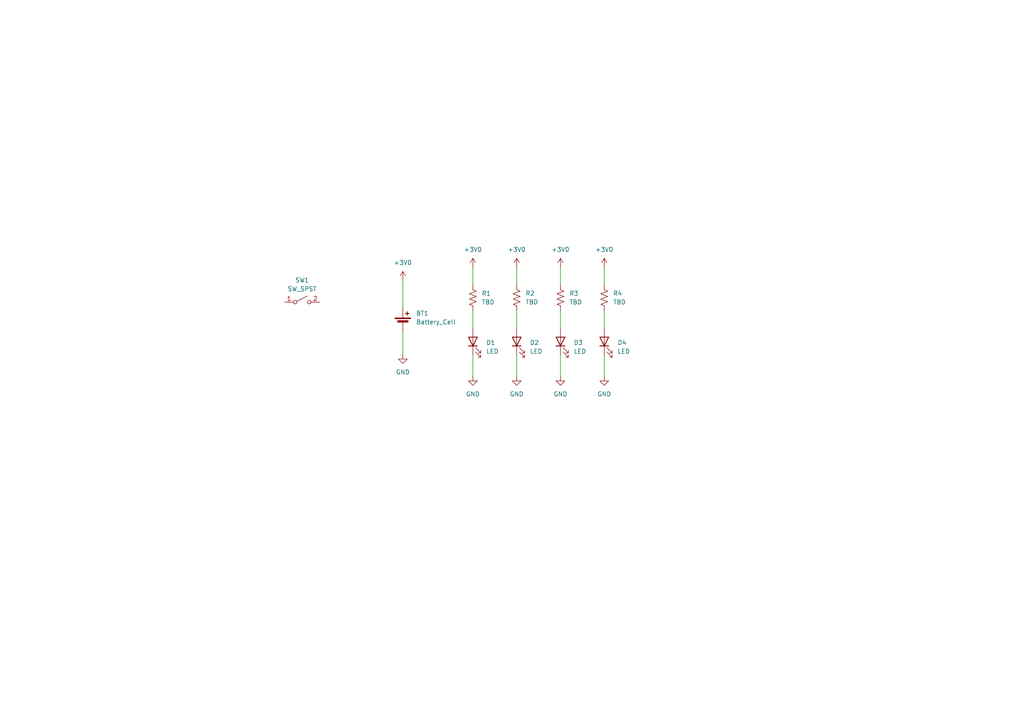
<source format=kicad_sch>
(kicad_sch (version 20250114) (generator "eeschema") (generator_version "9.0")
  (paper "A4")
  (title_block (title "knit_yarn_SAO") (date "2025-05-10") (rev "r0.1") (company "Boris Nimcevic"))
  (lib_symbols
    (symbol "Device:Battery_Cell" (pin_numbers (hide yes)) (pin_names (offset 0) (hide yes))
      (property "Reference" "BT" (at 2.54 2.54 0))
      (property "Value" "Battery_Cell" (at 2.54 0 0))
      (symbol "Battery_Cell_0_1"
        (rectangle (start -2.286 1.778) (end 2.286 1.524) (fill (type outline)))
        (rectangle (start -1.524 1.016) (end 1.524 0.508) (fill (type outline)))
        (polyline (pts (xy 0 1.778) (xy 0 2.54)))
        (polyline (pts (xy 0 0.762) (xy 0 0)))
        (polyline (pts (xy 0.762 3.048) (xy 1.778 3.048)) (stroke (width 0.254)))
        (polyline (pts (xy 1.27 3.556) (xy 1.27 2.54)) (stroke (width 0.254)))
      )
      (symbol "Battery_Cell_1_1"
        (pin passive line (at 0 5.08 270) (length 2.54) (name "+") (number "1"))
        (pin passive line (at 0 -2.54 90) (length 2.54) (name "-") (number "2"))
      )
    )
    (symbol "Device:LED" (pin_numbers (hide yes)) (pin_names (offset 1.016) (hide yes))
      (property "Reference" "D" (at 0 2.54 0))
      (property "Value" "LED" (at 0 -2.54 0))
      (symbol "LED_0_1"
        (polyline (pts (xy -3.048 -0.762) (xy -4.572 -2.286) (xy -3.81 -2.286) (xy -4.572 -2.286) (xy -4.572 -1.524)))
        (polyline (pts (xy -1.778 -0.762) (xy -3.302 -2.286) (xy -2.54 -2.286) (xy -3.302 -2.286) (xy -3.302 -1.524)))
        (polyline (pts (xy -1.27 0) (xy 1.27 0)))
        (polyline (pts (xy -1.27 -1.27) (xy -1.27 1.27)) (stroke (width 0.254)))
        (polyline (pts (xy 1.27 -1.27) (xy 1.27 1.27) (xy -1.27 0) (xy 1.27 -1.27)) (stroke (width 0.254)))
      )
      (symbol "LED_1_1"
        (pin passive line (at -3.81 0 0) (length 2.54) (name "K") (number "1"))
        (pin passive line (at 3.81 0 180) (length 2.54) (name "A") (number "2"))
      )
    )
    (symbol "Device:R_US" (pin_numbers (hide yes)) (pin_names (offset 0))
      (property "Reference" "R" (at 2.54 0 90))
      (property "Value" "R_US" (at -2.54 0 90))
      (symbol "R_US_0_1"
        (polyline (pts (xy 0 2.286) (xy 0 2.54)))
        (polyline (pts (xy 0 2.286) (xy 1.016 1.905) (xy 0 1.524) (xy -1.016 1.143) (xy 0 0.762)))
        (polyline (pts (xy 0 0.762) (xy 1.016 0.381) (xy 0 0) (xy -1.016 -0.381) (xy 0 -0.762)))
        (polyline (pts (xy 0 -0.762) (xy 1.016 -1.143) (xy 0 -1.524) (xy -1.016 -1.905) (xy 0 -2.286)))
        (polyline (pts (xy 0 -2.286) (xy 0 -2.54)))
      )
      (symbol "R_US_1_1"
        (pin passive line (at 0 3.81 270) (length 1.27) (name "~") (number "1"))
        (pin passive line (at 0 -3.81 90) (length 1.27) (name "~") (number "2"))
      )
    )
    (symbol "Switch:SW_SPST" (pin_names (offset 0) (hide yes))
      (property "Reference" "SW" (at 0 3.175 0))
      (property "Value" "SW_SPST" (at 0 -2.54 0))
      (symbol "SW_SPST_0_0"
        (circle (center -2.032 0) (radius 0.508))
        (polyline (pts (xy -1.524 0.254) (xy 1.524 1.778)))
        (circle (center 2.032 0) (radius 0.508))
      )
      (symbol "SW_SPST_1_1"
        (pin passive line (at -5.08 0 0) (length 2.54) (name "A") (number "1"))
        (pin passive line (at 5.08 0 180) (length 2.54) (name "B") (number "2"))
      )
    )
    (symbol "power:+3V0" (power) (pin_numbers (hide yes)) (pin_names (offset 0) (hide yes))
      (property "Value" "+3V0" (at 0 3.556 0))
      (symbol "+3V0_0_1"
        (polyline (pts (xy -0.762 1.27) (xy 0 2.54)))
        (polyline (pts (xy 0 2.54) (xy 0.762 1.27)))
        (polyline (pts (xy 0 0) (xy 0 2.54)))
      )
      (symbol "+3V0_1_1"
        (pin power_in line (at 0 0 90) (length 0) (name "~") (number "1"))
      )
    )
    (symbol "power:GND" (power) (pin_numbers (hide yes)) (pin_names (offset 0) (hide yes))
      (property "Value" "GND" (at 0 -3.81 0))
      (symbol "GND_0_1"
        (polyline (pts (xy 0 0) (xy 0 -1.27) (xy 1.27 -1.27) (xy 0 -2.54) (xy -1.27 -1.27) (xy 0 -1.27)))
      )
      (symbol "GND_1_1"
        (pin power_in line (at 0 0 270) (length 0) (name "~") (number "1"))
      )
    )
  )
  (wire (pts (xy 116.84 96.52) (xy 116.84 102.87)))
  (wire (pts (xy 175.26 102.87) (xy 175.26 109.22)))
  (wire (pts (xy 162.56 102.87) (xy 162.56 109.22)))
  (wire (pts (xy 162.56 90.17) (xy 162.56 95.25)))
  (wire (pts (xy 116.84 81.28) (xy 116.84 88.9)))
  (wire (pts (xy 175.26 77.47) (xy 175.26 82.55)))
  (wire (pts (xy 175.26 90.17) (xy 175.26 95.25)))
  (wire (pts (xy 137.16 102.87) (xy 137.16 109.22)))
  (wire (pts (xy 162.56 77.47) (xy 162.56 82.55)))
  (wire (pts (xy 137.16 77.47) (xy 137.16 82.55)))
  (wire (pts (xy 149.86 102.87) (xy 149.86 109.22)))
  (wire (pts (xy 149.86 90.17) (xy 149.86 95.25)))
  (wire (pts (xy 137.16 90.17) (xy 137.16 95.25)))
  (wire (pts (xy 149.86 77.47) (xy 149.86 82.55)))
  (symbol (lib_id "power:+3V0") (at 149.86 77.47 0) (unit 1)
    (property "Reference" "#PWR03" (effects (hide yes)))
    (property "Value" "+3V0" (at 149.86 72.39 0))
    (property "Description" "Power symbol creates a global label with name \"+3V0\"" (effects (hide yes)))
  )
  (symbol (lib_id "power:GND") (at 116.84 102.87 0) (unit 1)
    (property "Reference" "#PWR06" (effects (hide yes)))
    (property "Value" "GND" (at 116.84 107.95 0))
    (property "Description" "Power symbol creates a global label with name \"GND\" , ground" (effects (hide yes)))
  )
  (symbol (lib_id "Device:R_US") (at 137.16 86.36 0) (unit 1)
    (property "Reference" "R1" (at 139.7 85.0899 0) (effects (justify left)))
    (property "Value" "TBD" (at 139.7 87.6299 0) (effects (justify left)))
    (property "Footprint" "Resistor_SMD:R_0603_1608Metric_Pad0.98x0.95mm_HandSolder" (effects (hide yes)))
    (property "Description" "Resistor, US symbol" (effects (hide yes)))
  )
  (symbol (lib_id "power:GND") (at 149.86 109.22 0) (unit 1)
    (property "Reference" "#PWR08" (effects (hide yes)))
    (property "Value" "GND" (at 149.86 114.3 0))
    (property "Description" "Power symbol creates a global label with name \"GND\" , ground" (effects (hide yes)))
  )
  (symbol (lib_id "Device:LED") (at 175.26 99.06 90) (unit 1)
    (property "Reference" "D4" (at 179.07 99.3774 90) (effects (justify right)))
    (property "Value" "LED" (at 179.07 101.9174 90) (effects (justify right)))
    (property "Footprint" "LED_SMD:LED_0603_1608Metric_Pad1.05x0.95mm_HandSolder" (effects (hide yes)))
    (property "Description" "Light emitting diode" (effects (hide yes)))
    (property "Sim.Pins" "1=K 2=A" (effects (hide yes)))
  )
  (symbol (lib_id "Device:LED") (at 137.16 99.06 90) (unit 1)
    (property "Reference" "D1" (at 140.97 99.3774 90) (effects (justify right)))
    (property "Value" "LED" (at 140.97 101.9174 90) (effects (justify right)))
    (property "Footprint" "LED_SMD:LED_0603_1608Metric_Pad1.05x0.95mm_HandSolder" (effects (hide yes)))
    (property "Description" "Light emitting diode" (effects (hide yes)))
    (property "Sim.Pins" "1=K 2=A" (effects (hide yes)))
  )
  (symbol (lib_id "Device:LED") (at 149.86 99.06 90) (unit 1)
    (property "Reference" "D2" (at 153.67 99.3774 90) (effects (justify right)))
    (property "Value" "LED" (at 153.67 101.9174 90) (effects (justify right)))
    (property "Footprint" "LED_SMD:LED_0603_1608Metric_Pad1.05x0.95mm_HandSolder" (effects (hide yes)))
    (property "Description" "Light emitting diode" (effects (hide yes)))
    (property "Sim.Pins" "1=K 2=A" (effects (hide yes)))
  )
  (symbol (lib_id "power:+3V0") (at 137.16 77.47 0) (unit 1)
    (property "Reference" "#PWR02" (effects (hide yes)))
    (property "Value" "+3V0" (at 137.16 72.39 0))
    (property "Description" "Power symbol creates a global label with name \"+3V0\"" (effects (hide yes)))
  )
  (symbol (lib_id "Device:R_US") (at 149.86 86.36 0) (unit 1)
    (property "Reference" "R2" (at 152.4 85.0899 0) (effects (justify left)))
    (property "Value" "TBD" (at 152.4 87.6299 0) (effects (justify left)))
    (property "Footprint" "Resistor_SMD:R_0603_1608Metric_Pad0.98x0.95mm_HandSolder" (effects (hide yes)))
    (property "Description" "Resistor, US symbol" (effects (hide yes)))
  )
  (symbol (lib_id "power:GND") (at 162.56 109.22 0) (unit 1)
    (property "Reference" "#PWR09" (effects (hide yes)))
    (property "Value" "GND" (at 162.56 114.3 0))
    (property "Description" "Power symbol creates a global label with name \"GND\" , ground" (effects (hide yes)))
  )
  (symbol (lib_id "Device:LED") (at 162.56 99.06 90) (unit 1)
    (property "Reference" "D3" (at 166.37 99.3774 90) (effects (justify right)))
    (property "Value" "LED" (at 166.37 101.9174 90) (effects (justify right)))
    (property "Footprint" "LED_SMD:LED_0603_1608Metric_Pad1.05x0.95mm_HandSolder" (effects (hide yes)))
    (property "Description" "Light emitting diode" (effects (hide yes)))
    (property "Sim.Pins" "1=K 2=A" (effects (hide yes)))
  )
  (symbol (lib_id "power:+3V0") (at 116.84 81.28 0) (unit 1)
    (property "Reference" "#PWR01" (effects (hide yes)))
    (property "Value" "+3V0" (at 116.84 76.2 0))
    (property "Description" "Power symbol creates a global label with name \"+3V0\"" (effects (hide yes)))
  )
  (symbol (lib_id "Device:R_US") (at 162.56 86.36 0) (unit 1)
    (property "Reference" "R3" (at 165.1 85.0899 0) (effects (justify left)))
    (property "Value" "TBD" (at 165.1 87.6299 0) (effects (justify left)))
    (property "Footprint" "Resistor_SMD:R_0603_1608Metric_Pad0.98x0.95mm_HandSolder" (effects (hide yes)))
    (property "Description" "Resistor, US symbol" (effects (hide yes)))
  )
  (symbol (lib_id "power:+3V0") (at 162.56 77.47 0) (unit 1)
    (property "Reference" "#PWR04" (effects (hide yes)))
    (property "Value" "+3V0" (at 162.56 72.39 0))
    (property "Description" "Power symbol creates a global label with name \"+3V0\"" (effects (hide yes)))
  )
  (symbol (lib_id "Device:Battery_Cell") (at 116.84 93.98 0) (unit 1)
    (property "Reference" "BT1" (at 120.65 90.8684 0) (effects (justify left)))
    (property "Value" "Battery_Cell" (at 120.65 93.4084 0) (effects (justify left)))
    (property "Footprint" "Battery:BatteryHolder_MYOUNG_BS-07-A1BJ001_CR2032" (effects (hide yes)))
    (property "Description" "Single-cell battery" (effects (hide yes)))
  )
  (symbol (lib_id "power:+3V0") (at 175.26 77.47 0) (unit 1)
    (property "Reference" "#PWR05" (effects (hide yes)))
    (property "Value" "+3V0" (at 175.26 72.39 0))
    (property "Description" "Power symbol creates a global label with name \"+3V0\"" (effects (hide yes)))
  )
  (symbol (lib_id "power:GND") (at 137.16 109.22 0) (unit 1)
    (property "Reference" "#PWR07" (effects (hide yes)))
    (property "Value" "GND" (at 137.16 114.3 0))
    (property "Description" "Power symbol creates a global label with name \"GND\" , ground" (effects (hide yes)))
  )
  (symbol (lib_id "power:GND") (at 175.26 109.22 0) (unit 1)
    (property "Reference" "#PWR010" (effects (hide yes)))
    (property "Value" "GND" (at 175.26 114.3 0))
    (property "Description" "Power symbol creates a global label with name \"GND\" , ground" (effects (hide yes)))
  )
  (symbol (lib_id "Device:R_US") (at 175.26 86.36 0) (unit 1)
    (property "Reference" "R4" (at 177.8 85.0899 0) (effects (justify left)))
    (property "Value" "TBD" (at 177.8 87.6299 0) (effects (justify left)))
    (property "Footprint" "Resistor_SMD:R_0603_1608Metric_Pad0.98x0.95mm_HandSolder" (effects (hide yes)))
    (property "Description" "Resistor, US symbol" (effects (hide yes)))
  )
  (symbol (lib_id "Switch:SW_SPST") (at 87.63 87.63 0) (unit 1)
    (property "Reference" "SW1" (at 87.63 81.28 0))
    (property "Value" "SW_SPST" (at 87.63 83.82 0))
    (property "Footprint" "Boris_Custom:brooch_SW_20mm" (effects (hide yes)))
    (property "Description" "Single Pole Single Throw (SPST) switch" (effects (hide yes)))
  )
)
</source>
